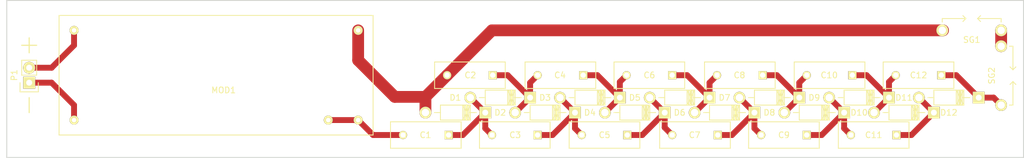
<source format=kicad_pcb>
(kicad_pcb (version 20221018) (generator pcbnew)
  (layers (0 "F.Cu" signal) (31 "B.Cu" signal) (34 "B.Paste" user) (35 "F.Paste" user) (36 "B.SilkS" user "B.Silkscreen") (37 "F.SilkS" user "F.Silkscreen") (38 "B.Mask" user) (39 "F.Mask" user) (44 "Edge.Cuts" user))
  (net 0 "")
  (net 1 "Net-(C1-Pad1)")
  (net 2 "Net-(C2-Pad1)")
  (net 3 "Net-(C3-Pad1)")
  (net 4 "Net-(C4-Pad1)")
  (net 5 "Net-(C5-Pad1)")
  (net 6 "Net-(C6-Pad1)")
  (net 7 "Net-(C7-Pad1)")
  (net 8 "Net-(C10-Pad2)")
  (net 9 "Net-(C11-Pad2)")
  (net 10 "Net-(C10-Pad1)")
  (net 11 "Net-(C11-Pad1)")
  (net 12 "HV_SUPPLY")
  (net 13 "HV_GND")
  (net 14 "HV+")
  (net 15 "HV-")
  (net 16 "VCC")
  (net 17 "GND")
  (footprint "Capacitors_ThroughHole:C_Disc_D12_P7.75" (layer "F.Cu") (at 113.16 120.65 180)
    (fp_text reference "C1" (at 3.94 0 180) (layer "F.SilkS"))
    (fp_text value "C")
    (fp_line (start -2.125 -2.25) (end 9.875 -2.25) (stroke (width 0.15)) (layer "F.SilkS"))
    (fp_line (start -2.125 2.25) (end -2.125 -2.25) (stroke (width 0.15)) (layer "F.SilkS"))
    (fp_line (start 9.875 -2.25) (end 9.875 2.25) (stroke (width 0.15)) (layer "F.SilkS"))
    (fp_line (start 9.875 2.25) (end -2.125 2.25) (stroke (width 0.15)) (layer "F.SilkS"))
    (pad "1" thru_hole rect (at 0 0 180) (size 1.4 1.4) (drill 0.9) (layers "*.Cu" "*.Mask" "F.SilkS") (net 1 "Net-(C1-Pad1)"))
    (pad "2" thru_hole circle (at 7.75 0 180) (size 1.4 1.4) (drill 0.9) (layers "*.Cu" "*.Mask" "F.SilkS") (net 12 "HV_SUPPLY"))
  )
  (footprint "Capacitors_ThroughHole:C_Disc_D12_P7.75" (layer "F.Cu") (at 120.65 110.49 180)
    (fp_text reference "C2" (at 3.81 0 180) (layer "F.SilkS"))
    (fp_text value "C")
    (fp_line (start -2.125 -2.25) (end 9.875 -2.25) (stroke (width 0.15)) (layer "F.SilkS"))
    (fp_line (start -2.125 2.25) (end -2.125 -2.25) (stroke (width 0.15)) (layer "F.SilkS"))
    (fp_line (start 9.875 -2.25) (end 9.875 2.25) (stroke (width 0.15)) (layer "F.SilkS"))
    (fp_line (start 9.875 2.25) (end -2.125 2.25) (stroke (width 0.15)) (layer "F.SilkS"))
    (pad "1" thru_hole rect (at 0 0 180) (size 1.4 1.4) (drill 0.9) (layers "*.Cu" "*.Mask" "F.SilkS") (net 2 "Net-(C2-Pad1)"))
    (pad "2" thru_hole circle (at 7.75 0 180) (size 1.4 1.4) (drill 0.9) (layers "*.Cu" "*.Mask" "F.SilkS") (net 13 "HV_GND"))
  )
  (footprint "Capacitors_ThroughHole:C_Disc_D12_P7.75" (layer "F.Cu") (at 128.27 120.65 180)
    (fp_text reference "C3" (at 3.81 0 180) (layer "F.SilkS"))
    (fp_text value "C")
    (fp_line (start -2.125 -2.25) (end 9.875 -2.25) (stroke (width 0.15)) (layer "F.SilkS"))
    (fp_line (start -2.125 2.25) (end -2.125 -2.25) (stroke (width 0.15)) (layer "F.SilkS"))
    (fp_line (start 9.875 -2.25) (end 9.875 2.25) (stroke (width 0.15)) (layer "F.SilkS"))
    (fp_line (start 9.875 2.25) (end -2.125 2.25) (stroke (width 0.15)) (layer "F.SilkS"))
    (pad "1" thru_hole rect (at 0 0 180) (size 1.4 1.4) (drill 0.9) (layers "*.Cu" "*.Mask" "F.SilkS") (net 3 "Net-(C3-Pad1)"))
    (pad "2" thru_hole circle (at 7.75 0 180) (size 1.4 1.4) (drill 0.9) (layers "*.Cu" "*.Mask" "F.SilkS") (net 1 "Net-(C1-Pad1)"))
  )
  (footprint "Capacitors_ThroughHole:C_Disc_D12_P7.75" (layer "F.Cu") (at 136.02 110.49 180)
    (fp_text reference "C4" (at 3.94 0 180) (layer "F.SilkS"))
    (fp_text value "C")
    (fp_line (start -2.125 -2.25) (end 9.875 -2.25) (stroke (width 0.15)) (layer "F.SilkS"))
    (fp_line (start -2.125 2.25) (end -2.125 -2.25) (stroke (width 0.15)) (layer "F.SilkS"))
    (fp_line (start 9.875 -2.25) (end 9.875 2.25) (stroke (width 0.15)) (layer "F.SilkS"))
    (fp_line (start 9.875 2.25) (end -2.125 2.25) (stroke (width 0.15)) (layer "F.SilkS"))
    (pad "1" thru_hole rect (at 0 0 180) (size 1.4 1.4) (drill 0.9) (layers "*.Cu" "*.Mask" "F.SilkS") (net 4 "Net-(C4-Pad1)"))
    (pad "2" thru_hole circle (at 7.75 0 180) (size 1.4 1.4) (drill 0.9) (layers "*.Cu" "*.Mask" "F.SilkS") (net 2 "Net-(C2-Pad1)"))
  )
  (footprint "Capacitors_ThroughHole:C_Disc_D12_P7.75" (layer "F.Cu") (at 143.51 120.65 180)
    (fp_text reference "C5" (at 3.875 0 180) (layer "F.SilkS"))
    (fp_text value "C")
    (fp_line (start -2.125 -2.25) (end 9.875 -2.25) (stroke (width 0.15)) (layer "F.SilkS"))
    (fp_line (start -2.125 2.25) (end -2.125 -2.25) (stroke (width 0.15)) (layer "F.SilkS"))
    (fp_line (start 9.875 -2.25) (end 9.875 2.25) (stroke (width 0.15)) (layer "F.SilkS"))
    (fp_line (start 9.875 2.25) (end -2.125 2.25) (stroke (width 0.15)) (layer "F.SilkS"))
    (pad "1" thru_hole rect (at 0 0 180) (size 1.4 1.4) (drill 0.9) (layers "*.Cu" "*.Mask" "F.SilkS") (net 5 "Net-(C5-Pad1)"))
    (pad "2" thru_hole circle (at 7.75 0 180) (size 1.4 1.4) (drill 0.9) (layers "*.Cu" "*.Mask" "F.SilkS") (net 3 "Net-(C3-Pad1)"))
  )
  (footprint "Capacitors_ThroughHole:C_Disc_D12_P7.75" (layer "F.Cu") (at 151.13 110.49 180)
    (fp_text reference "C6" (at 3.875 0 180) (layer "F.SilkS"))
    (fp_text value "C")
    (fp_line (start -2.125 -2.25) (end 9.875 -2.25) (stroke (width 0.15)) (layer "F.SilkS"))
    (fp_line (start -2.125 2.25) (end -2.125 -2.25) (stroke (width 0.15)) (layer "F.SilkS"))
    (fp_line (start 9.875 -2.25) (end 9.875 2.25) (stroke (width 0.15)) (layer "F.SilkS"))
    (fp_line (start 9.875 2.25) (end -2.125 2.25) (stroke (width 0.15)) (layer "F.SilkS"))
    (pad "1" thru_hole rect (at 0 0 180) (size 1.4 1.4) (drill 0.9) (layers "*.Cu" "*.Mask" "F.SilkS") (net 6 "Net-(C6-Pad1)"))
    (pad "2" thru_hole circle (at 7.75 0 180) (size 1.4 1.4) (drill 0.9) (layers "*.Cu" "*.Mask" "F.SilkS") (net 4 "Net-(C4-Pad1)"))
  )
  (footprint "Capacitors_ThroughHole:C_Disc_D12_P7.75" (layer "F.Cu") (at 158.88 120.65 180)
    (fp_text reference "C7" (at 3.94 0 180) (layer "F.SilkS"))
    (fp_text value "C")
    (fp_line (start -2.125 -2.25) (end 9.875 -2.25) (stroke (width 0.15)) (layer "F.SilkS"))
    (fp_line (start -2.125 2.25) (end -2.125 -2.25) (stroke (width 0.15)) (layer "F.SilkS"))
    (fp_line (start 9.875 -2.25) (end 9.875 2.25) (stroke (width 0.15)) (layer "F.SilkS"))
    (fp_line (start 9.875 2.25) (end -2.125 2.25) (stroke (width 0.15)) (layer "F.SilkS"))
    (pad "1" thru_hole rect (at 0 0 180) (size 1.4 1.4) (drill 0.9) (layers "*.Cu" "*.Mask" "F.SilkS") (net 7 "Net-(C7-Pad1)"))
    (pad "2" thru_hole circle (at 7.75 0 180) (size 1.4 1.4) (drill 0.9) (layers "*.Cu" "*.Mask" "F.SilkS") (net 5 "Net-(C5-Pad1)"))
  )
  (footprint "Capacitors_ThroughHole:C_Disc_D12_P7.75" (layer "F.Cu") (at 166.5 110.49 180)
    (fp_text reference "C8" (at 3.94 0 180) (layer "F.SilkS"))
    (fp_text value "C")
    (fp_line (start -2.125 -2.25) (end 9.875 -2.25) (stroke (width 0.15)) (layer "F.SilkS"))
    (fp_line (start -2.125 2.25) (end -2.125 -2.25) (stroke (width 0.15)) (layer "F.SilkS"))
    (fp_line (start 9.875 -2.25) (end 9.875 2.25) (stroke (width 0.15)) (layer "F.SilkS"))
    (fp_line (start 9.875 2.25) (end -2.125 2.25) (stroke (width 0.15)) (layer "F.SilkS"))
    (pad "1" thru_hole rect (at 0 0 180) (size 1.4 1.4) (drill 0.9) (layers "*.Cu" "*.Mask" "F.SilkS") (net 8 "Net-(C10-Pad2)"))
    (pad "2" thru_hole circle (at 7.75 0 180) (size 1.4 1.4) (drill 0.9) (layers "*.Cu" "*.Mask" "F.SilkS") (net 6 "Net-(C6-Pad1)"))
  )
  (footprint "Capacitors_ThroughHole:C_Disc_D12_P7.75" (layer "F.Cu") (at 173.99 120.65 180)
    (fp_text reference "C9" (at 3.875 0 180) (layer "F.SilkS"))
    (fp_text value "C")
    (fp_line (start -2.125 -2.25) (end 9.875 -2.25) (stroke (width 0.15)) (layer "F.SilkS"))
    (fp_line (start -2.125 2.25) (end -2.125 -2.25) (stroke (width 0.15)) (layer "F.SilkS"))
    (fp_line (start 9.875 -2.25) (end 9.875 2.25) (stroke (width 0.15)) (layer "F.SilkS"))
    (fp_line (start 9.875 2.25) (end -2.125 2.25) (stroke (width 0.15)) (layer "F.SilkS"))
    (pad "1" thru_hole rect (at 0 0 180) (size 1.4 1.4) (drill 0.9) (layers "*.Cu" "*.Mask" "F.SilkS") (net 9 "Net-(C11-Pad2)"))
    (pad "2" thru_hole circle (at 7.75 0 180) (size 1.4 1.4) (drill 0.9) (layers "*.Cu" "*.Mask" "F.SilkS") (net 7 "Net-(C7-Pad1)"))
  )
  (footprint "Capacitors_ThroughHole:C_Disc_D12_P7.75" (layer "F.Cu") (at 181.74 110.49 180)
    (fp_text reference "C10" (at 3.94 0 180) (layer "F.SilkS"))
    (fp_text value "C")
    (fp_line (start -2.125 -2.25) (end 9.875 -2.25) (stroke (width 0.15)) (layer "F.SilkS"))
    (fp_line (start -2.125 2.25) (end -2.125 -2.25) (stroke (width 0.15)) (layer "F.SilkS"))
    (fp_line (start 9.875 -2.25) (end 9.875 2.25) (stroke (width 0.15)) (layer "F.SilkS"))
    (fp_line (start 9.875 2.25) (end -2.125 2.25) (stroke (width 0.15)) (layer "F.SilkS"))
    (pad "1" thru_hole rect (at 0 0 180) (size 1.4 1.4) (drill 0.9) (layers "*.Cu" "*.Mask" "F.SilkS") (net 10 "Net-(C10-Pad1)"))
    (pad "2" thru_hole circle (at 7.75 0 180) (size 1.4 1.4) (drill 0.9) (layers "*.Cu" "*.Mask" "F.SilkS") (net 8 "Net-(C10-Pad2)"))
  )
  (footprint "Capacitors_ThroughHole:C_Disc_D12_P7.75" (layer "F.Cu") (at 189.23 120.65 180)
    (fp_text reference "C11" (at 3.875 0 180) (layer "F.SilkS"))
    (fp_text value "C")
    (fp_line (start -2.125 -2.25) (end 9.875 -2.25) (stroke (width 0.15)) (layer "F.SilkS"))
    (fp_line (start -2.125 2.25) (end -2.125 -2.25) (stroke (width 0.15)) (layer "F.SilkS"))
    (fp_line (start 9.875 -2.25) (end 9.875 2.25) (stroke (width 0.15)) (layer "F.SilkS"))
    (fp_line (start 9.875 2.25) (end -2.125 2.25) (stroke (width 0.15)) (layer "F.SilkS"))
    (pad "1" thru_hole rect (at 0 0 180) (size 1.4 1.4) (drill 0.9) (layers "*.Cu" "*.Mask" "F.SilkS") (net 11 "Net-(C11-Pad1)"))
    (pad "2" thru_hole circle (at 7.75 0 180) (size 1.4 1.4) (drill 0.9) (layers "*.Cu" "*.Mask" "F.SilkS") (net 9 "Net-(C11-Pad2)"))
  )
  (footprint "Capacitors_ThroughHole:C_Disc_D12_P7.75" (layer "F.Cu") (at 196.85 110.49 180)
    (fp_text reference "C12" (at 3.875 0 180) (layer "F.SilkS"))
    (fp_text value "C")
    (fp_line (start -2.125 -2.25) (end 9.875 -2.25) (stroke (width 0.15)) (layer "F.SilkS"))
    (fp_line (start -2.125 2.25) (end -2.125 -2.25) (stroke (width 0.15)) (layer "F.SilkS"))
    (fp_line (start 9.875 -2.25) (end 9.875 2.25) (stroke (width 0.15)) (layer "F.SilkS"))
    (fp_line (start 9.875 2.25) (end -2.125 2.25) (stroke (width 0.15)) (layer "F.SilkS"))
    (pad "1" thru_hole rect (at 0 0 180) (size 1.4 1.4) (drill 0.9) (layers "*.Cu" "*.Mask" "F.SilkS") (net 14 "HV+"))
    (pad "2" thru_hole circle (at 7.75 0 180) (size 1.4 1.4) (drill 0.9) (layers "*.Cu" "*.Mask" "F.SilkS") (net 10 "Net-(C10-Pad1)"))
  )
  (footprint "Diodes_ThroughHole:Diode_DO-41_SOD81_Horizontal_RM10" (layer "F.Cu") (at 119.38 116.83746 180)
    (fp_text reference "D1" (at 5.08 2.53746 180) (layer "F.SilkS"))
    (fp_text value "D")
    (fp_line (start 2.54 -1.27254) (end 3.81 1.26746) (stroke (width 0.15)) (layer "F.SilkS"))
    (fp_line (start 2.54 -1.27254) (end 7.62 -1.27254) (stroke (width 0.15)) (layer "F.SilkS"))
    (fp_line (start 2.54 1.26746) (end 2.54 -1.27254) (stroke (width 0.15)) (layer "F.SilkS"))
    (fp_line (start 2.794 -1.27254) (end 2.794 1.26746) (stroke (width 0.15)) (layer "F.SilkS"))
    (fp_line (start 2.794 -0.00254) (end 1.524 -0.00254) (stroke (width 0.15)) (layer "F.SilkS"))
    (fp_line (start 3.048 -1.27254) (end 3.048 1.26746) (stroke (width 0.15)) (layer "F.SilkS"))
    (fp_line (start 3.175 -1.27254) (end 3.175 1.26746) (stroke (width 0.15)) (layer "F.SilkS"))
    (fp_line (start 3.302 -1.27254) (end 3.302 1.26746) (stroke (width 0.15)) (layer "F.SilkS"))
    (fp_line (start 3.556 -1.27254) (end 3.556 1.26746) (stroke (width 0.15)) (layer "F.SilkS"))
    (fp_line (start 3.81 -1.27254) (end 2.54 1.26746) (stroke (width 0.15)) (layer "F.SilkS"))
    (fp_line (start 3.81 -1.27254) (end 3.81 1.26746) (stroke (width 0.15)) (layer "F.SilkS"))
    (fp_line (start 7.62 -1.27254) (end 7.62 1.26746) (stroke (width 0.15)) (layer "F.SilkS"))
    (fp_line (start 7.62 -0.00254) (end 8.636 -0.00254) (stroke (width 0.15)) (layer "F.SilkS"))
    (fp_line (start 7.62 1.26746) (end 2.54 1.26746) (stroke (width 0.15)) (layer "F.SilkS"))
    (pad "1" thru_hole rect (at 0 -0.00254) (size 1.99898 1.99898) (drill 1.00076) (layers "*.Cu" "*.Mask" "F.SilkS") (net 1 "Net-(C1-Pad1)"))
    (pad "2" thru_hole circle (at 10.16 -0.00254) (size 1.99898 1.99898) (drill 1.27) (layers "*.Cu" "*.Mask" "F.SilkS") (net 13 "HV_GND"))
  )
  (footprint "Diodes_ThroughHole:Diode_DO-41_SOD81_Horizontal_RM10" (layer "F.Cu") (at 127 114.29746 180)
    (fp_text reference "D2" (at 5.08 -2.54254 180) (layer "F.SilkS"))
    (fp_text value "D")
    (fp_line (start 2.54 -1.27254) (end 3.81 1.26746) (stroke (width 0.15)) (layer "F.SilkS"))
    (fp_line (start 2.54 -1.27254) (end 7.62 -1.27254) (stroke (width 0.15)) (layer "F.SilkS"))
    (fp_line (start 2.54 1.26746) (end 2.54 -1.27254) (stroke (width 0.15)) (layer "F.SilkS"))
    (fp_line (start 2.794 -1.27254) (end 2.794 1.26746) (stroke (width 0.15)) (layer "F.SilkS"))
    (fp_line (start 2.794 -0.00254) (end 1.524 -0.00254) (stroke (width 0.15)) (layer "F.SilkS"))
    (fp_line (start 3.048 -1.27254) (end 3.048 1.26746) (stroke (width 0.15)) (layer "F.SilkS"))
    (fp_line (start 3.175 -1.27254) (end 3.175 1.26746) (stroke (width 0.15)) (layer "F.SilkS"))
    (fp_line (start 3.302 -1.27254) (end 3.302 1.26746) (stroke (width 0.15)) (layer "F.SilkS"))
    (fp_line (start 3.556 -1.27254) (end 3.556 1.26746) (stroke (width 0.15)) (layer "F.SilkS"))
    (fp_line (start 3.81 -1.27254) (end 2.54 1.26746) (stroke (width 0.15)) (layer "F.SilkS"))
    (fp_line (start 3.81 -1.27254) (end 3.81 1.26746) (stroke (width 0.15)) (layer "F.SilkS"))
    (fp_line (start 7.62 -1.27254) (end 7.62 1.26746) (stroke (width 0.15)) (layer "F.SilkS"))
    (fp_line (start 7.62 -0.00254) (end 8.636 -0.00254) (stroke (width 0.15)) (layer "F.SilkS"))
    (fp_line (start 7.62 1.26746) (end 2.54 1.26746) (stroke (width 0.15)) (layer "F.SilkS"))
    (pad "1" thru_hole rect (at 0 -0.00254) (size 1.99898 1.99898) (drill 1.00076) (layers "*.Cu" "*.Mask" "F.SilkS") (net 2 "Net-(C2-Pad1)"))
    (pad "2" thru_hole circle (at 10.16 -0.00254) (size 1.99898 1.99898) (drill 1.27) (layers "*.Cu" "*.Mask" "F.SilkS") (net 1 "Net-(C1-Pad1)"))
  )
  (footprint "Diodes_ThroughHole:Diode_DO-41_SOD81_Horizontal_RM10" (layer "F.Cu") (at 134.62 116.83746 180)
    (fp_text reference "D3" (at 5.08 2.53746 180) (layer "F.SilkS"))
    (fp_text value "D")
    (fp_line (start 2.54 -1.27254) (end 3.81 1.26746) (stroke (width 0.15)) (layer "F.SilkS"))
    (fp_line (start 2.54 -1.27254) (end 7.62 -1.27254) (stroke (width 0.15)) (layer "F.SilkS"))
    (fp_line (start 2.54 1.26746) (end 2.54 -1.27254) (stroke (width 0.15)) (layer "F.SilkS"))
    (fp_line (start 2.794 -1.27254) (end 2.794 1.26746) (stroke (width 0.15)) (layer "F.SilkS"))
    (fp_line (start 2.794 -0.00254) (end 1.524 -0.00254) (stroke (width 0.15)) (layer "F.SilkS"))
    (fp_line (start 3.048 -1.27254) (end 3.048 1.26746) (stroke (width 0.15)) (layer "F.SilkS"))
    (fp_line (start 3.175 -1.27254) (end 3.175 1.26746) (stroke (width 0.15)) (layer "F.SilkS"))
    (fp_line (start 3.302 -1.27254) (end 3.302 1.26746) (stroke (width 0.15)) (layer "F.SilkS"))
    (fp_line (start 3.556 -1.27254) (end 3.556 1.26746) (stroke (width 0.15)) (layer "F.SilkS"))
    (fp_line (start 3.81 -1.27254) (end 2.54 1.26746) (stroke (width 0.15)) (layer "F.SilkS"))
    (fp_line (start 3.81 -1.27254) (end 3.81 1.26746) (stroke (width 0.15)) (layer "F.SilkS"))
    (fp_line (start 7.62 -1.27254) (end 7.62 1.26746) (stroke (width 0.15)) (layer "F.SilkS"))
    (fp_line (start 7.62 -0.00254) (end 8.636 -0.00254) (stroke (width 0.15)) (layer "F.SilkS"))
    (fp_line (start 7.62 1.26746) (end 2.54 1.26746) (stroke (width 0.15)) (layer "F.SilkS"))
    (pad "1" thru_hole rect (at 0 -0.00254) (size 1.99898 1.99898) (drill 1.00076) (layers "*.Cu" "*.Mask" "F.SilkS") (net 3 "Net-(C3-Pad1)"))
    (pad "2" thru_hole circle (at 10.16 -0.00254) (size 1.99898 1.99898) (drill 1.27) (layers "*.Cu" "*.Mask" "F.SilkS") (net 2 "Net-(C2-Pad1)"))
  )
  (footprint "Diodes_ThroughHole:Diode_DO-41_SOD81_Horizontal_RM10" (layer "F.Cu") (at 142.24 114.3 180)
    (fp_text reference "D4" (at 5.08 -2.54 180) (layer "F.SilkS"))
    (fp_text value "D")
    (fp_line (start 2.54 -1.27254) (end 3.81 1.26746) (stroke (width 0.15)) (layer "F.SilkS"))
    (fp_line (start 2.54 -1.27254) (end 7.62 -1.27254) (stroke (width 0.15)) (layer "F.SilkS"))
    (fp_line (start 2.54 1.26746) (end 2.54 -1.27254) (stroke (width 0.15)) (layer "F.SilkS"))
    (fp_line (start 2.794 -1.27254) (end 2.794 1.26746) (stroke (width 0.15)) (layer "F.SilkS"))
    (fp_line (start 2.794 -0.00254) (end 1.524 -0.00254) (stroke (width 0.15)) (layer "F.SilkS"))
    (fp_line (start 3.048 -1.27254) (end 3.048 1.26746) (stroke (width 0.15)) (layer "F.SilkS"))
    (fp_line (start 3.175 -1.27254) (end 3.175 1.26746) (stroke (width 0.15)) (layer "F.SilkS"))
    (fp_line (start 3.302 -1.27254) (end 3.302 1.26746) (stroke (width 0.15)) (layer "F.SilkS"))
    (fp_line (start 3.556 -1.27254) (end 3.556 1.26746) (stroke (width 0.15)) (layer "F.SilkS"))
    (fp_line (start 3.81 -1.27254) (end 2.54 1.26746) (stroke (width 0.15)) (layer "F.SilkS"))
    (fp_line (start 3.81 -1.27254) (end 3.81 1.26746) (stroke (width 0.15)) (layer "F.SilkS"))
    (fp_line (start 7.62 -1.27254) (end 7.62 1.26746) (stroke (width 0.15)) (layer "F.SilkS"))
    (fp_line (start 7.62 -0.00254) (end 8.636 -0.00254) (stroke (width 0.15)) (layer "F.SilkS"))
    (fp_line (start 7.62 1.26746) (end 2.54 1.26746) (stroke (width 0.15)) (layer "F.SilkS"))
    (pad "1" thru_hole rect (at 0 -0.00254) (size 1.99898 1.99898) (drill 1.00076) (layers "*.Cu" "*.Mask" "F.SilkS") (net 4 "Net-(C4-Pad1)"))
    (pad "2" thru_hole circle (at 10.16 -0.00254) (size 1.99898 1.99898) (drill 1.27) (layers "*.Cu" "*.Mask" "F.SilkS") (net 3 "Net-(C3-Pad1)"))
  )
  (footprint "Diodes_ThroughHole:Diode_DO-41_SOD81_Horizontal_RM10" (layer "F.Cu") (at 149.86 116.84 180)
    (fp_text reference "D5" (at 5.08 2.53746 180) (layer "F.SilkS"))
    (fp_text value "D")
    (fp_line (start 2.54 -1.27254) (end 3.81 1.26746) (stroke (width 0.15)) (layer "F.SilkS"))
    (fp_line (start 2.54 -1.27254) (end 7.62 -1.27254) (stroke (width 0.15)) (layer "F.SilkS"))
    (fp_line (start 2.54 1.26746) (end 2.54 -1.27254) (stroke (width 0.15)) (layer "F.SilkS"))
    (fp_line (start 2.794 -1.27254) (end 2.794 1.26746) (stroke (width 0.15)) (layer "F.SilkS"))
    (fp_line (start 2.794 -0.00254) (end 1.524 -0.00254) (stroke (width 0.15)) (layer "F.SilkS"))
    (fp_line (start 3.048 -1.27254) (end 3.048 1.26746) (stroke (width 0.15)) (layer "F.SilkS"))
    (fp_line (start 3.175 -1.27254) (end 3.175 1.26746) (stroke (width 0.15)) (layer "F.SilkS"))
    (fp_line (start 3.302 -1.27254) (end 3.302 1.26746) (stroke (width 0.15)) (layer "F.SilkS"))
    (fp_line (start 3.556 -1.27254) (end 3.556 1.26746) (stroke (width 0.15)) (layer "F.SilkS"))
    (fp_line (start 3.81 -1.27254) (end 2.54 1.26746) (stroke (width 0.15)) (layer "F.SilkS"))
    (fp_line (start 3.81 -1.27254) (end 3.81 1.26746) (stroke (width 0.15)) (layer "F.SilkS"))
    (fp_line (start 7.62 -1.27254) (end 7.62 1.26746) (stroke (width 0.15)) (layer "F.SilkS"))
    (fp_line (start 7.62 -0.00254) (end 8.636 -0.00254) (stroke (width 0.15)) (layer "F.SilkS"))
    (fp_line (start 7.62 1.26746) (end 2.54 1.26746) (stroke (width 0.15)) (layer "F.SilkS"))
    (pad "1" thru_hole rect (at 0 -0.00254) (size 1.99898 1.99898) (drill 1.00076) (layers "*.Cu" "*.Mask" "F.SilkS") (net 5 "Net-(C5-Pad1)"))
    (pad "2" thru_hole circle (at 10.16 -0.00254) (size 1.99898 1.99898) (drill 1.27) (layers "*.Cu" "*.Mask" "F.SilkS") (net 4 "Net-(C4-Pad1)"))
  )
  (footprint "Diodes_ThroughHole:Diode_DO-41_SOD81_Horizontal_RM10" (layer "F.Cu") (at 157.48 114.29746 180)
    (fp_text reference "D6" (at 5.08 -2.54254 180) (layer "F.SilkS"))
    (fp_text value "D")
    (fp_line (start 2.54 -1.27254) (end 3.81 1.26746) (stroke (width 0.15)) (layer "F.SilkS"))
    (fp_line (start 2.54 -1.27254) (end 7.62 -1.27254) (stroke (width 0.15)) (layer "F.SilkS"))
    (fp_line (start 2.54 1.26746) (end 2.54 -1.27254) (stroke (width 0.15)) (layer "F.SilkS"))
    (fp_line (start 2.794 -1.27254) (end 2.794 1.26746) (stroke (width 0.15)) (layer "F.SilkS"))
    (fp_line (start 2.794 -0.00254) (end 1.524 -0.00254) (stroke (width 0.15)) (layer "F.SilkS"))
    (fp_line (start 3.048 -1.27254) (end 3.048 1.26746) (stroke (width 0.15)) (layer "F.SilkS"))
    (fp_line (start 3.175 -1.27254) (end 3.175 1.26746) (stroke (width 0.15)) (layer "F.SilkS"))
    (fp_line (start 3.302 -1.27254) (end 3.302 1.26746) (stroke (width 0.15)) (layer "F.SilkS"))
    (fp_line (start 3.556 -1.27254) (end 3.556 1.26746) (stroke (width 0.15)) (layer "F.SilkS"))
    (fp_line (start 3.81 -1.27254) (end 2.54 1.26746) (stroke (width 0.15)) (layer "F.SilkS"))
    (fp_line (start 3.81 -1.27254) (end 3.81 1.26746) (stroke (width 0.15)) (layer "F.SilkS"))
    (fp_line (start 7.62 -1.27254) (end 7.62 1.26746) (stroke (width 0.15)) (layer "F.SilkS"))
    (fp_line (start 7.62 -0.00254) (end 8.636 -0.00254) (stroke (width 0.15)) (layer "F.SilkS"))
    (fp_line (start 7.62 1.26746) (end 2.54 1.26746) (stroke (width 0.15)) (layer "F.SilkS"))
    (pad "1" thru_hole rect (at 0 -0.00254) (size 1.99898 1.99898) (drill 1.00076) (layers "*.Cu" "*.Mask" "F.SilkS") (net 6 "Net-(C6-Pad1)"))
    (pad "2" thru_hole circle (at 10.16 -0.00254) (size 1.99898 1.99898) (drill 1.27) (layers "*.Cu" "*.Mask" "F.SilkS") (net 5 "Net-(C5-Pad1)"))
  )
  (footprint "Diodes_ThroughHole:Diode_DO-41_SOD81_Horizontal_RM10" (layer "F.Cu") (at 165.1 116.83746 180)
    (fp_text reference "D7" (at 5.08 2.53746 180) (layer "F.SilkS"))
    (fp_text value "D")
    (fp_line (start 2.54 -1.27254) (end 3.81 1.26746) (stroke (width 0.15)) (layer "F.SilkS"))
    (fp_line (start 2.54 -1.27254) (end 7.62 -1.27254) (stroke (width 0.15)) (layer "F.SilkS"))
    (fp_line (start 2.54 1.26746) (end 2.54 -1.27254) (stroke (width 0.15)) (layer "F.SilkS"))
    (fp_line (start 2.794 -1.27254) (end 2.794 1.26746) (stroke (width 0.15)) (layer "F.SilkS"))
    (fp_line (start 2.794 -0.00254) (end 1.524 -0.00254) (stroke (width 0.15)) (layer "F.SilkS"))
    (fp_line (start 3.048 -1.27254) (end 3.048 1.26746) (stroke (width 0.15)) (layer "F.SilkS"))
    (fp_line (start 3.175 -1.27254) (end 3.175 1.26746) (stroke (width 0.15)) (layer "F.SilkS"))
    (fp_line (start 3.302 -1.27254) (end 3.302 1.26746) (stroke (width 0.15)) (layer "F.SilkS"))
    (fp_line (start 3.556 -1.27254) (end 3.556 1.26746) (stroke (width 0.15)) (layer "F.SilkS"))
    (fp_line (start 3.81 -1.27254) (end 2.54 1.26746) (stroke (width 0.15)) (layer "F.SilkS"))
    (fp_line (start 3.81 -1.27254) (end 3.81 1.26746) (stroke (width 0.15)) (layer "F.SilkS"))
    (fp_line (start 7.62 -1.27254) (end 7.62 1.26746) (stroke (width 0.15)) (layer "F.SilkS"))
    (fp_line (start 7.62 -0.00254) (end 8.636 -0.00254) (stroke (width 0.15)) (layer "F.SilkS"))
    (fp_line (start 7.62 1.26746) (end 2.54 1.26746) (stroke (width 0.15)) (layer "F.SilkS"))
    (pad "1" thru_hole rect (at 0 -0.00254) (size 1.99898 1.99898) (drill 1.00076) (layers "*.Cu" "*.Mask" "F.SilkS") (net 7 "Net-(C7-Pad1)"))
    (pad "2" thru_hole circle (at 10.16 -0.00254) (size 1.99898 1.99898) (drill 1.27) (layers "*.Cu" "*.Mask" "F.SilkS") (net 6 "Net-(C6-Pad1)"))
  )
  (footprint "Diodes_ThroughHole:Diode_DO-41_SOD81_Horizontal_RM10" (layer "F.Cu") (at 172.72 114.29746 180)
    (fp_text reference "D8" (at 5.08 -2.54254 180) (layer "F.SilkS"))
    (fp_text value "D")
    (fp_line (start 2.54 -1.27254) (end 3.81 1.26746) (stroke (width 0.15)) (layer "F.SilkS"))
    (fp_line (start 2.54 -1.27254) (end 7.62 -1.27254) (stroke (width 0.15)) (layer "F.SilkS"))
    (fp_line (start 2.54 1.26746) (end 2.54 -1.27254) (stroke (width 0.15)) (layer "F.SilkS"))
    (fp_line (start 2.794 -1.27254) (end 2.794 1.26746) (stroke (width 0.15)) (layer "F.SilkS"))
    (fp_line (start 2.794 -0.00254) (end 1.524 -0.00254) (stroke (width 0.15)) (layer "F.SilkS"))
    (fp_line (start 3.048 -1.27254) (end 3.048 1.26746) (stroke (width 0.15)) (layer "F.SilkS"))
    (fp_line (start 3.175 -1.27254) (end 3.175 1.26746) (stroke (width 0.15)) (layer "F.SilkS"))
    (fp_line (start 3.302 -1.27254) (end 3.302 1.26746) (stroke (width 0.15)) (layer "F.SilkS"))
    (fp_line (start 3.556 -1.27254) (end 3.556 1.26746) (stroke (width 0.15)) (layer "F.SilkS"))
    (fp_line (start 3.81 -1.27254) (end 2.54 1.26746) (stroke (width 0.15)) (layer "F.SilkS"))
    (fp_line (start 3.81 -1.27254) (end 3.81 1.26746) (stroke (width 0.15)) (layer "F.SilkS"))
    (fp_line (start 7.62 -1.27254) (end 7.62 1.26746) (stroke (width 0.15)) (layer "F.SilkS"))
    (fp_line (start 7.62 -0.00254) (end 8.636 -0.00254) (stroke (width 0.15)) (layer "F.SilkS"))
    (fp_line (start 7.62 1.26746) (end 2.54 1.26746) (stroke (width 0.15)) (layer "F.SilkS"))
    (pad "1" thru_hole rect (at 0 -0.00254) (size 1.99898 1.99898) (drill 1.00076) (layers "*.Cu" "*.Mask" "F.SilkS") (net 8 "Net-(C10-Pad2)"))
    (pad "2" thru_hole circle (at 10.16 -0.00254) (size 1.99898 1.99898) (drill 1.27) (layers "*.Cu" "*.Mask" "F.SilkS") (net 7 "Net-(C7-Pad1)"))
  )
  (footprint "Diodes_ThroughHole:Diode_DO-41_SOD81_Horizontal_RM10" (layer "F.Cu") (at 180.34 116.83746 180)
    (fp_text reference "D9" (at 5.08 2.53746 180) (layer "F.SilkS"))
    (fp_text value "D")
    (fp_line (start 2.54 -1.27254) (end 3.81 1.26746) (stroke (width 0.15)) (layer "F.SilkS"))
    (fp_line (start 2.54 -1.27254) (end 7.62 -1.27254) (stroke (width 0.15)) (layer "F.SilkS"))
    (fp_line (start 2.54 1.26746) (end 2.54 -1.27254) (stroke (width 0.15)) (layer "F.SilkS"))
    (fp_line (start 2.794 -1.27254) (end 2.794 1.26746) (stroke (width 0.15)) (layer "F.SilkS"))
    (fp_line (start 2.794 -0.00254) (end 1.524 -0.00254) (stroke (width 0.15)) (layer "F.SilkS"))
    (fp_line (start 3.048 -1.27254) (end 3.048 1.26746) (stroke (width 0.15)) (layer "F.SilkS"))
    (fp_line (start 3.175 -1.27254) (end 3.175 1.26746) (stroke (width 0.15)) (layer "F.SilkS"))
    (fp_line (start 3.302 -1.27254) (end 3.302 1.26746) (stroke (width 0.15)) (layer "F.SilkS"))
    (fp_line (start 3.556 -1.27254) (end 3.556 1.26746) (stroke (width 0.15)) (layer "F.SilkS"))
    (fp_line (start 3.81 -1.27254) (end 2.54 1.26746) (stroke (width 0.15)) (layer "F.SilkS"))
    (fp_line (start 3.81 -1.27254) (end 3.81 1.26746) (stroke (width 0.15)) (layer "F.SilkS"))
    (fp_line (start 7.62 -1.27254) (end 7.62 1.26746) (stroke (width 0.15)) (layer "F.SilkS"))
    (fp_line (start 7.62 -0.00254) (end 8.636 -0.00254) (stroke (width 0.15)) (layer "F.SilkS"))
    (fp_line (start 7.62 1.26746) (end 2.54 1.26746) (stroke (width 0.15)) (layer "F.SilkS"))
    (pad "1" thru_hole rect (at 0 -0.00254) (size 1.99898 1.99898) (drill 1.00076) (layers "*.Cu" "*.Mask" "F.SilkS") (net 9 "Net-(C11-Pad2)"))
    (pad "2" thru_hole circle (at 10.16 -0.00254) (size 1.99898 1.99898) (drill 1.27) (layers "*.Cu" "*.Mask" "F.SilkS") (net 8 "Net-(C10-Pad2)"))
  )
  (footprint "Diodes_ThroughHole:Diode_DO-41_SOD81_Horizontal_RM10" (layer "F.Cu") (at 187.96 114.29746 180)
    (fp_text reference "D10" (at 5.08 -2.54254 180) (layer "F.SilkS"))
    (fp_text value "D")
    (fp_line (start 2.54 -1.27254) (end 3.81 1.26746) (stroke (width 0.15)) (layer "F.SilkS"))
    (fp_line (start 2.54 -1.27254) (end 7.62 -1.27254) (stroke (width 0.15)) (layer "F.SilkS"))
    (fp_line (start 2.54 1.26746) (end 2.54 -1.27254) (stroke (width 0.15)) (layer "F.SilkS"))
    (fp_line (start 2.794 -1.27254) (end 2.794 1.26746) (stroke (width 0.15)) (layer "F.SilkS"))
    (fp_line (start 2.794 -0.00254) (end 1.524 -0.00254) (stroke (width 0.15)) (layer "F.SilkS"))
    (fp_line (start 3.048 -1.27254) (end 3.048 1.26746) (stroke (width 0.15)) (layer "F.SilkS"))
    (fp_line (start 3.175 -1.27254) (end 3.175 1.26746) (stroke (width 0.15)) (layer "F.SilkS"))
    (fp_line (start 3.302 -1.27254) (end 3.302 1.26746) (stroke (width 0.15)) (layer "F.SilkS"))
    (fp_line (start 3.556 -1.27254) (end 3.556 1.26746) (stroke (width 0.15)) (layer "F.SilkS"))
    (fp_line (start 3.81 -1.27254) (end 2.54 1.26746) (stroke (width 0.15)) (layer "F.SilkS"))
    (fp_line (start 3.81 -1.27254) (end 3.81 1.26746) (stroke (width 0.15)) (layer "F.SilkS"))
    (fp_line (start 7.62 -1.27254) (end 7.62 1.26746) (stroke (width 0.15)) (layer "F.SilkS"))
    (fp_line (start 7.62 -0.00254) (end 8.636 -0.00254) (stroke (width 0.15)) (layer "F.SilkS"))
    (fp_line (start 7.62 1.26746) (end 2.54 1.26746) (stroke (width 0.15)) (layer "F.SilkS"))
    (pad "1" thru_hole rect (at 0 -0.00254) (size 1.99898 1.99898) (drill 1.00076) (layers "*.Cu" "*.Mask" "F.SilkS") (net 10 "Net-(C10-Pad1)"))
    (pad "2" thru_hole circle (at 10.16 -0.00254) (size 1.99898 1.99898) (drill 1.27) (layers "*.Cu" "*.Mask" "F.SilkS") (net 9 "Net-(C11-Pad2)"))
  )
  (footprint "Diodes_ThroughHole:Diode_DO-41_SOD81_Horizontal_RM10" (layer "F.Cu") (at 195.58 116.83746 180)
    (fp_text reference "D11" (at 5.08 2.53746 180) (layer "F.SilkS"))
    (fp_text value "D")
    (fp_line (start 2.54 -1.27254) (end 3.81 1.26746) (stroke (width 0.15)) (layer "F.SilkS"))
    (fp_line (start 2.54 -1.27254) (end 7.62 -1.27254) (stroke (width 0.15)) (layer "F.SilkS"))
    (fp_line (start 2.54 1.26746) (end 2.54 -1.27254) (stroke (width 0.15)) (layer "F.SilkS"))
    (fp_line (start 2.794 -1.27254) (end 2.794 1.26746) (stroke (width 0.15)) (layer "F.SilkS"))
    (fp_line (start 2.794 -0.00254) (end 1.524 -0.00254) (stroke (width 0.15)) (layer "F.SilkS"))
    (fp_line (start 3.048 -1.27254) (end 3.048 1.26746) (stroke (width 0.15)) (layer "F.SilkS"))
    (fp_line (start 3.175 -1.27254) (end 3.175 1.26746) (stroke (width 0.15)) (layer "F.SilkS"))
    (fp_line (start 3.302 -1.27254) (end 3.302 1.26746) (stroke (width 0.15)) (layer "F.SilkS"))
    (fp_line (start 3.556 -1.27254) (end 3.556 1.26746) (stroke (width 0.15)) (layer "F.SilkS"))
    (fp_line (start 3.81 -1.27254) (end 2.54 1.26746) (stroke (width 0.15)) (layer "F.SilkS"))
    (fp_line (start 3.81 -1.27254) (end 3.81 1.26746) (stroke (width 0.15)) (layer "F.SilkS"))
    (fp_line (start 7.62 -1.27254) (end 7.62 1.26746) (stroke (width 0.15)) (layer "F.SilkS"))
    (fp_line (start 7.62 -0.00254) (end 8.636 -0.00254) (stroke (width 0.15)) (layer "F.SilkS"))
    (fp_line (start 7.62 1.26746) (end 2.54 1.26746) (stroke (width 0.15)) (layer "F.SilkS"))
    (pad "1" thru_hole rect (at 0 -0.00254) (size 1.99898 1.99898) (drill 1.00076) (layers "*.Cu" "*.Mask" "F.SilkS") (net 11 "Net-(C11-Pad1)"))
    (pad "2" thru_hole circle (at 10.16 -0.00254) (size 1.99898 1.99898) (drill 1.27) (layers "*.Cu" "*.Mask" "F.SilkS") (net 10 "Net-(C10-Pad1)"))
  )
  (footprint "Diodes_ThroughHole:Diode_DO-41_SOD81_Horizontal_RM10" (layer "F.Cu") (at 203.2 114.29746 180)
    (fp_text reference "D12" (at 5.08 -2.54254 180) (layer "F.SilkS"))
    (fp_text value "D")
    (fp_line (start 2.54 -1.27254) (end 3.81 1.26746) (stroke (width 0.15)) (layer "F.SilkS"))
    (fp_line (start 2.54 -1.27254) (end 7.62 -1.27254) (stroke (width 0.15)) (layer "F.SilkS"))
    (fp_line (start 2.54 1.26746) (end 2.54 -1.27254) (stroke (width 0.15)) (layer "F.SilkS"))
    (fp_line (start 2.794 -1.27254) (end 2.794 1.26746) (stroke (width 0.15)) (layer "F.SilkS"))
    (fp_line (start 2.794 -0.00254) (end 1.524 -0.00254) (stroke (width 0.15)) (layer "F.SilkS"))
    (fp_line (start 3.048 -1.27254) (end 3.048 1.26746) (stroke (width 0.15)) (layer "F.SilkS"))
    (fp_line (start 3.175 -1.27254) (end 3.175 1.26746) (stroke (width 0.15)) (layer "F.SilkS"))
    (fp_line (start 3.302 -1.27254) (end 3.302 1.26746) (stroke (width 0.15)) (layer "F.SilkS"))
    (fp_line (start 3.556 -1.27254) (end 3.556 1.26746) (stroke (width 0.15)) (layer "F.SilkS"))
    (fp_line (start 3.81 -1.27254) (end 2.54 1.26746) (stroke (width 0.15)) (layer "F.SilkS"))
    (fp_line (start 3.81 -1.27254) (end 3.81 1.26746) (stroke (width 0.15)) (layer "F.SilkS"))
    (fp_line (start 7.62 -1.27254) (end 7.62 1.26746) (stroke (width 0.15)) (layer "F.SilkS"))
    (fp_line (start 7.62 -0.00254) (end 8.636 -0.00254) (stroke (width 0.15)) (layer "F.SilkS"))
    (fp_line (start 7.62 1.26746) (end 2.54 1.26746) (stroke (width 0.15)) (layer "F.SilkS"))
    (pad "1" thru_hole rect (at 0 -0.00254) (size 1.99898 1.99898) (drill 1.00076) (layers "*.Cu" "*.Mask" "F.SilkS") (net 14 "HV+"))
    (pad "2" thru_hole circle (at 10.16 -0.00254) (size 1.99898 1.99898) (drill 1.27) (layers "*.Cu" "*.Mask" "F.SilkS") (net 11 "Net-(C11-Pad1)"))
  )
  (footprint "NQBit:Royer" (layer "F.Cu") (at 74.93 110.49)
    (fp_text reference "MOD1" (at 0 2.54) (layer "F.SilkS"))
    (fp_text value "ROYER")
    (fp_line (start -27.94 -10.16) (end -27.94 10.16) (stroke (width 0.15)) (layer "F.SilkS"))
    (fp_line (start -27.94 10.16) (end 25.4 10.16) (stroke (width 0.15)) (layer "F.SilkS"))
    (fp_line (start 25.4 -10.16) (end -27.94 -10.16) (stroke (width 0.15)) (layer "F.SilkS"))
    (fp_line (start 25.4 10.16) (end 25.4 -10.16) (stroke (width 0.15)) (layer "F.SilkS"))
    (pad "1" thru_hole circle (at -25.4 -7.62) (size 1.524 1.524) (drill 0.762) (layers "*.Cu" "*.Mask" "F.SilkS") (net 16 "VCC"))
    (pad "2" thru_hole circle (at -25.4 7.62) (size 1.524 1.524) (drill 0.762) (layers "*.Cu" "*.Mask" "F.SilkS") (net 17 "GND"))
    (pad "3" thru_hole circle (at 17.78 7.62) (size 1.524 1.524) (drill 0.762) (layers "*.Cu" "*.Mask" "F.SilkS") (net 12 "HV_SUPPLY"))
    (pad "4" thru_hole circle (at 22.86 7.62) (size 1.524 1.524) (drill 0.762) (layers "*.Cu" "*.Mask" "F.SilkS") (net 12 "HV_SUPPLY"))
    (pad "5" thru_hole circle (at 22.86 -7.62) (size 1.524 1.524) (drill 0.762) (layers "*.Cu" "*.Mask" "F.SilkS") (net 13 "HV_GND"))
  )
  (footprint "NQBit:SparkGap" (layer "F.Cu") (at 197.01 102.87)
    (fp_text reference "SG1" (at 5 1.6) (layer "F.SilkS"))
    (fp_text value "SparkGap")
    (fp_line (start 0 -1.4) (end 0 -2) (stroke (width 0.15)) (layer "F.SilkS"))
    (fp_line (start 3.5 -2.5) (end 4 -2) (stroke (width 0.15)) (layer "F.SilkS"))
    (fp_line (start 4 -2) (end 0 -2) (stroke (width 0.15)) (layer "F.SilkS"))
    (fp_line (start 4 -2) (end 3.5 -1.5) (stroke (width 0.15)) (layer "F.SilkS"))
    (fp_line (start 6 -2) (end 6.5 -2.5) (stroke (width 0.15)) (layer "F.SilkS"))
    (fp_line (start 6 -2) (end 6.5 -1.5) (stroke (width 0.15)) (layer "F.SilkS"))
    (fp_line (start 6 -2) (end 10 -2) (stroke (width 0.15)) (layer "F.SilkS"))
    (fp_line (start 10 -2) (end 10 -1.4) (stroke (width 0.15)) (layer "F.SilkS"))
    (pad "1" thru_hole circle (at 0 0) (size 2 2) (drill 1.27) (layers "*.Cu" "*.Mask" "F.SilkS") (net 13 "HV_GND"))
    (pad "2" thru_hole circle (at 10 0) (size 2 2) (drill 1.27) (layers "*.Cu" "*.Mask" "F.SilkS") (net 15 "HV-"))
  )
  (footprint "NQBit:SparkGap" (layer "F.Cu") (at 207.01 105.57 -90)
    (fp_text reference "SG2" (at 5 1.6 270) (layer "F.SilkS"))
    (fp_text value "SparkGap")
    (fp_line (start 0 -1.4) (end 0 -2) (stroke (width 0.15)) (layer "F.SilkS"))
    (fp_line (start 3.5 -2.5) (end 4 -2) (stroke (width 0.15)) (layer "F.SilkS"))
    (fp_line (start 4 -2) (end 0 -2) (stroke (width 0.15)) (layer "F.SilkS"))
    (fp_line (start 4 -2) (end 3.5 -1.5) (stroke (width 0.15)) (layer "F.SilkS"))
    (fp_line (start 6 -2) (end 6.5 -2.5) (stroke (width 0.15)) (layer "F.SilkS"))
    (fp_line (start 6 -2) (end 6.5 -1.5) (stroke (width 0.15)) (layer "F.SilkS"))
    (fp_line (start 6 -2) (end 10 -2) (stroke (width 0.15)) (layer "F.SilkS"))
    (fp_line (start 10 -2) (end 10 -1.4) (stroke (width 0.15)) (layer "F.SilkS"))
    (pad "1" thru_hole circle (at 0 0 270) (size 2 2) (drill 1.27) (layers "*.Cu" "*.Mask" "F.SilkS") (net 15 "HV-"))
    (pad "2" thru_hole circle (at 10 0 270) (size 2 2) (drill 1.27) (layers "*.Cu" "*.Mask" "F.SilkS") (net 14 "HV+"))
  )
  (footprint "Pin_Headers:Pin_Header_Straight_1x02" (layer "F.Cu") (at 41.91 111.76 180)
    (fp_text reference "P1" (at 2.54 1.27 270) (layer "F.SilkS"))
    (fp_text value "CONN_01X02")
    (fp_line (start -1.55 -1.55) (end 1.55 -1.55) (stroke (width 0.15)) (layer "F.SilkS"))
    (fp_line (start -1.55 0) (end -1.55 -1.55) (stroke (width 0.15)) (layer "F.SilkS"))
    (fp_line (start -1.27 1.27) (end -1.27 3.81) (stroke (width 0.15)) (layer "F.SilkS"))
    (fp_line (start -1.27 3.81) (end 1.27 3.81) (stroke (width 0.15)) (layer "F.SilkS"))
    (fp_line (start 1.27 1.27) (end -1.27 1.27) (stroke (width 0.15)) (layer "F.SilkS"))
    (fp_line (start 1.27 1.27) (end 1.27 3.81) (stroke (width 0.15)) (layer "F.SilkS"))
    (fp_line (start 1.55 -1.55) (end 1.55 0) (stroke (width 0.15)) (layer "F.SilkS"))
    (pad "1" thru_hole rect (at 0 0 180) (size 2.032 2.032) (drill 1.016) (layers "*.Cu" "*.Mask" "F.SilkS") (net 17 "GND"))
    (pad "2" thru_hole oval (at 0 2.54 180) (size 2.032 2.032) (drill 1.016) (layers "*.Cu" "*.Mask" "F.SilkS") (net 16 "VCC"))
  )
  (gr_line (start 41.91 114.3) (end 41.91 116.84) (stroke (width 0.2)) (layer "F.SilkS"))
  (gr_line (start 41.91 106.68) (end 41.91 104.14) (stroke (width 0.2)) (layer "F.SilkS"))
  (gr_line (start 40.64 105.41) (end 43.18 105.41) (stroke (width 0.2)) (layer "F.SilkS"))
  (gr_line (start 210.82 97.79) (end 210.82 124.46) (stroke (width 0.15)) (layer "Edge.Cuts"))
  (gr_line (start 38.1 97.79) (end 210.82 97.79) (stroke (width 0.15)) (layer "Edge.Cuts"))
  (gr_line (start 210.82 124.46) (end 38.1 124.46) (stroke (width 0.15)) (layer "Edge.Cuts"))
  (gr_line (start 38.1 124.46) (end 38.1 97.79) (stroke (width 0.15)) (layer "Edge.Cuts"))
  (segment (start 113.16 120.65) (end 115.57 120.65) (width 1) (layer "F.Cu") (net 1))
  (segment (start 115.57 120.65) (end 119.38 116.84) (width 1) (layer "F.Cu") (net 1))
  (segment (start 119.38 119.51) (end 120.52 120.65) (width 1) (layer "F.Cu") (net 1))
  (segment (start 116.84 114.3) (end 119.38 116.84) (width 1) (layer "F.Cu") (net 1))
  (segment (start 119.38 116.84) (end 119.38 119.51) (width 1) (layer "F.Cu") (net 1))
  (segment (start 124.46 116.84) (end 127 114.3) (width 1) (layer "F.Cu") (net 2))
  (segment (start 127 111.76) (end 128.27 110.49) (width 1) (layer "F.Cu") (net 2))
  (segment (start 120.65 110.49) (end 123.19 110.49) (width 1) (layer "F.Cu") (net 2))
  (segment (start 123.19 110.49) (end 127 114.3) (width 1) (layer "F.Cu") (net 2))
  (segment (start 127 114.3) (end 127 111.76) (width 1) (layer "F.Cu") (net 2))
  (segment (start 134.62 116.84) (end 134.62 119.51) (width 1) (layer "F.Cu") (net 3))
  (segment (start 130.81 120.65) (end 134.62 116.84) (width 1) (layer "F.Cu") (net 3))
  (segment (start 134.61746 116.84) (end 132.08 114.30254) (width 1) (layer "F.Cu") (net 3))
  (segment (start 128.27 120.65) (end 130.81 120.65) (width 1) (layer "F.Cu") (net 3))
  (segment (start 134.62 119.51) (end 135.76 120.65) (width 1) (layer "F.Cu") (net 3))
  (segment (start 134.62 116.84) (end 134.61746 116.84) (width 1) (layer "F.Cu") (net 3))
  (segment (start 142.24 114.30254) (end 142.24 111.63) (width 1) (layer "F.Cu") (net 4))
  (segment (start 139.7 116.84254) (end 142.24 114.30254) (width 1) (layer "F.Cu") (net 4))
  (segment (start 136.02 110.49) (end 138.42746 110.49) (width 1) (layer "F.Cu") (net 4))
  (segment (start 138.42746 110.49) (end 142.24 114.30254) (width 1) (layer "F.Cu") (net 4))
  (segment (start 142.24 111.63) (end 143.38 110.49) (width 1) (layer "F.Cu") (net 4))
  (segment (start 147.32 114.30254) (end 149.86 116.84254) (width 1) (layer "F.Cu") (net 5))
  (segment (start 147.32 114.3) (end 147.32 114.30254) (width 1) (layer "F.Cu") (net 5))
  (segment (start 146.05254 120.65) (end 149.86 116.84254) (width 1) (layer "F.Cu") (net 5))
  (segment (start 149.86 119.38) (end 151.13 120.65) (width 1) (layer "F.Cu") (net 5))
  (segment (start 143.51 120.65) (end 146.05254 120.65) (width 1) (layer "F.Cu") (net 5))
  (segment (start 149.86 116.84254) (end 149.86 119.38) (width 1) (layer "F.Cu") (net 5))
  (segment (start 153.67 110.49) (end 157.48 114.3) (width 1) (layer "F.Cu") (net 6))
  (segment (start 154.94 116.84) (end 157.48 114.3) (width 1) (layer "F.Cu") (net 6))
  (segment (start 151.13 110.49) (end 153.67 110.49) (width 1) (layer "F.Cu") (net 6))
  (segment (start 157.48 114.3) (end 157.48 111.76) (width 1) (layer "F.Cu") (net 6))
  (segment (start 157.48 111.76) (end 158.75 110.49) (width 1) (layer "F.Cu") (net 6))
  (segment (start 162.56 114.3) (end 165.1 116.84) (width 1) (layer "F.Cu") (net 7))
  (segment (start 165.1 116.84) (end 165.1 119.51) (width 1) (layer "F.Cu") (net 7))
  (segment (start 158.88 120.65) (end 161.29 120.65) (width 1) (layer "F.Cu") (net 7))
  (segment (start 165.1 119.51) (end 166.24 120.65) (width 1) (layer "F.Cu") (net 7))
  (segment (start 161.29 120.65) (end 165.1 116.84) (width 1) (layer "F.Cu") (net 7))
  (segment (start 172.72 114.3) (end 172.72 111.76) (width 1) (layer "F.Cu") (net 8))
  (segment (start 170.18 116.84) (end 172.72 114.3) (width 1) (layer "F.Cu") (net 8))
  (segment (start 166.5 110.49) (end 168.91 110.49) (width 1) (layer "F.Cu") (net 8))
  (segment (start 168.91 110.49) (end 172.72 114.3) (width 1) (layer "F.Cu") (net 8))
  (segment (start 172.72 111.76) (end 173.99 110.49) (width 1) (layer "F.Cu") (net 8))
  (segment (start 177.8 114.3) (end 180.34 116.84) (width 1) (layer "F.Cu") (net 9))
  (segment (start 173.99 120.65) (end 176.53 120.65) (width 1) (layer "F.Cu") (net 9))
  (segment (start 180.34 116.84) (end 180.34 119.51) (width 1) (layer "F.Cu") (net 9))
  (segment (start 176.53 120.65) (end 180.34 116.84) (width 1) (layer "F.Cu") (net 9))
  (segment (start 180.34 119.51) (end 181.48 120.65) (width 1) (layer "F.Cu") (net 9))
  (segment (start 187.96 111.63) (end 187.96 114.3) (width 1) (layer "F.Cu") (net 10))
  (segment (start 185.42 116.84) (end 187.96 114.3) (width 1) (layer "F.Cu") (net 10))
  (segment (start 184.15 110.49) (end 187.96 114.3) (width 1) (layer "F.Cu") (net 10))
  (segment (start 189.1 110.49) (end 187.96 111.63) (width 1) (layer "F.Cu") (net 10))
  (segment (start 181.74 110.49) (end 184.15 110.49) (width 1) (layer "F.Cu") (net 10))
  (segment (start 195.58 116.84) (end 193.04 114.3) (width 1) (layer "F.Cu") (net 11))
  (segment (start 191.77 120.65) (end 195.58 116.84) (width 1) (layer "F.Cu") (net 11))
  (segment (start 189.23 120.65) (end 191.77 120.65) (width 1) (layer "F.Cu") (net 11))
  (segment (start 100.33 120.65) (end 97.79 118.11) (width 1) (layer "F.Cu") (net 12))
  (segment (start 92.71 118.11) (end 97.79 118.11) (width 1) (layer "F.Cu") (net 12))
  (segment (start 105.41 120.65) (end 100.33 120.65) (width 1) (layer "F.Cu") (net 12))
  (segment (start 104.01 114.17) (end 97.79 107.95) (width 2) (layer "F.Cu") (net 13))
  (segment (start 112.9 110.49) (end 120.52 102.87) (width 2) (layer "F.Cu") (net 13))
  (segment (start 109.22 114.17) (end 104.01 114.17) (width 2) (layer "F.Cu") (net 13))
  (segment (start 109.22 116.84) (end 109.22 114.17) (width 2) (layer "F.Cu") (net 13))
  (segment (start 197.14 102.87) (end 120.52 102.87) (width 2) (layer "F.Cu") (net 13))
  (segment (start 109.22 114.17) (end 112.9 110.49) (width 2) (layer "F.Cu") (net 13))
  (segment (start 97.79 107.95) (end 97.79 102.87) (width 2) (layer "F.Cu") (net 13))
  (segment (start 196.85 110.49) (end 199.39 110.49) (width 1) (layer "F.Cu") (net 14))
  (segment (start 199.39 110.49) (end 203.2 114.3) (width 1) (layer "F.Cu") (net 14))
  (segment (start 203.2 114.3) (end 205.74 114.3) (width 1) (layer "F.Cu") (net 14))
  (segment (start 205.74 114.3) (end 207.01 115.57) (width 1) (layer "F.Cu") (net 14))
  (segment (start 207.01 105.57) (end 207.01 102.87) (width 2) (layer "F.Cu") (net 15))
  (segment (start 45.72 109.22) (end 49.53 105.41) (width 1) (layer "F.Cu") (net 16))
  (segment (start 41.91 109.22) (end 45.72 109.22) (width 1) (layer "F.Cu") (net 16))
  (segment (start 49.53 105.41) (end 49.53 102.87) (width 1) (layer "F.Cu") (net 16))
  (segment (start 49.53 115.57) (end 49.53 118.11) (width 1) (layer "F.Cu") (net 17))
  (segment (start 45.72 111.76) (end 49.53 115.57) (width 1) (layer "F.Cu") (net 17))
  (segment (start 41.91 111.76) (end 45.72 111.76) (width 1) (layer "F.Cu") (net 17))
)
</source>
